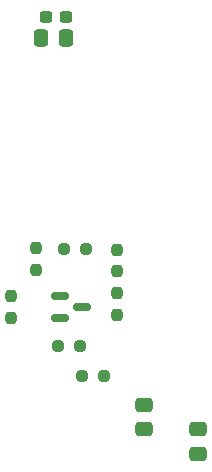
<source format=gbp>
G04 #@! TF.GenerationSoftware,KiCad,Pcbnew,8.0.5*
G04 #@! TF.CreationDate,2024-10-24T23:20:29+02:00*
G04 #@! TF.ProjectId,iot-opentherm,696f742d-6f70-4656-9e74-6865726d2e6b,rev?*
G04 #@! TF.SameCoordinates,Original*
G04 #@! TF.FileFunction,Paste,Bot*
G04 #@! TF.FilePolarity,Positive*
%FSLAX46Y46*%
G04 Gerber Fmt 4.6, Leading zero omitted, Abs format (unit mm)*
G04 Created by KiCad (PCBNEW 8.0.5) date 2024-10-24 23:20:29*
%MOMM*%
%LPD*%
G01*
G04 APERTURE LIST*
G04 Aperture macros list*
%AMRoundRect*
0 Rectangle with rounded corners*
0 $1 Rounding radius*
0 $2 $3 $4 $5 $6 $7 $8 $9 X,Y pos of 4 corners*
0 Add a 4 corners polygon primitive as box body*
4,1,4,$2,$3,$4,$5,$6,$7,$8,$9,$2,$3,0*
0 Add four circle primitives for the rounded corners*
1,1,$1+$1,$2,$3*
1,1,$1+$1,$4,$5*
1,1,$1+$1,$6,$7*
1,1,$1+$1,$8,$9*
0 Add four rect primitives between the rounded corners*
20,1,$1+$1,$2,$3,$4,$5,0*
20,1,$1+$1,$4,$5,$6,$7,0*
20,1,$1+$1,$6,$7,$8,$9,0*
20,1,$1+$1,$8,$9,$2,$3,0*%
G04 Aperture macros list end*
%ADD10RoundRect,0.237500X-0.300000X-0.237500X0.300000X-0.237500X0.300000X0.237500X-0.300000X0.237500X0*%
%ADD11RoundRect,0.237500X0.250000X0.237500X-0.250000X0.237500X-0.250000X-0.237500X0.250000X-0.237500X0*%
%ADD12RoundRect,0.250000X-0.337500X-0.475000X0.337500X-0.475000X0.337500X0.475000X-0.337500X0.475000X0*%
%ADD13RoundRect,0.250000X0.475000X-0.337500X0.475000X0.337500X-0.475000X0.337500X-0.475000X-0.337500X0*%
%ADD14RoundRect,0.237500X-0.237500X0.250000X-0.237500X-0.250000X0.237500X-0.250000X0.237500X0.250000X0*%
%ADD15RoundRect,0.237500X0.237500X-0.250000X0.237500X0.250000X-0.237500X0.250000X-0.237500X-0.250000X0*%
%ADD16RoundRect,0.237500X-0.250000X-0.237500X0.250000X-0.237500X0.250000X0.237500X-0.250000X0.237500X0*%
%ADD17RoundRect,0.150000X-0.587500X-0.150000X0.587500X-0.150000X0.587500X0.150000X-0.587500X0.150000X0*%
%ADD18RoundRect,0.250000X-0.475000X0.337500X-0.475000X-0.337500X0.475000X-0.337500X0.475000X0.337500X0*%
G04 APERTURE END LIST*
D10*
X128779100Y-68376800D03*
X130504100Y-68376800D03*
D11*
X132196500Y-88011000D03*
X130371500Y-88011000D03*
D12*
X128400900Y-70154800D03*
X130475900Y-70154800D03*
D13*
X141698000Y-105380700D03*
X141698000Y-103305700D03*
D14*
X125823000Y-92051500D03*
X125823000Y-93876500D03*
D15*
X127982000Y-89812500D03*
X127982000Y-87987500D03*
D16*
X131895500Y-98806000D03*
X133720500Y-98806000D03*
D17*
X129965500Y-93914000D03*
X129965500Y-92014000D03*
X131840500Y-92964000D03*
D18*
X137126000Y-101222500D03*
X137126000Y-103297500D03*
D11*
X131688500Y-96266000D03*
X129863500Y-96266000D03*
D14*
X134840000Y-88114500D03*
X134840000Y-89939500D03*
X134840000Y-91797500D03*
X134840000Y-93622500D03*
M02*

</source>
